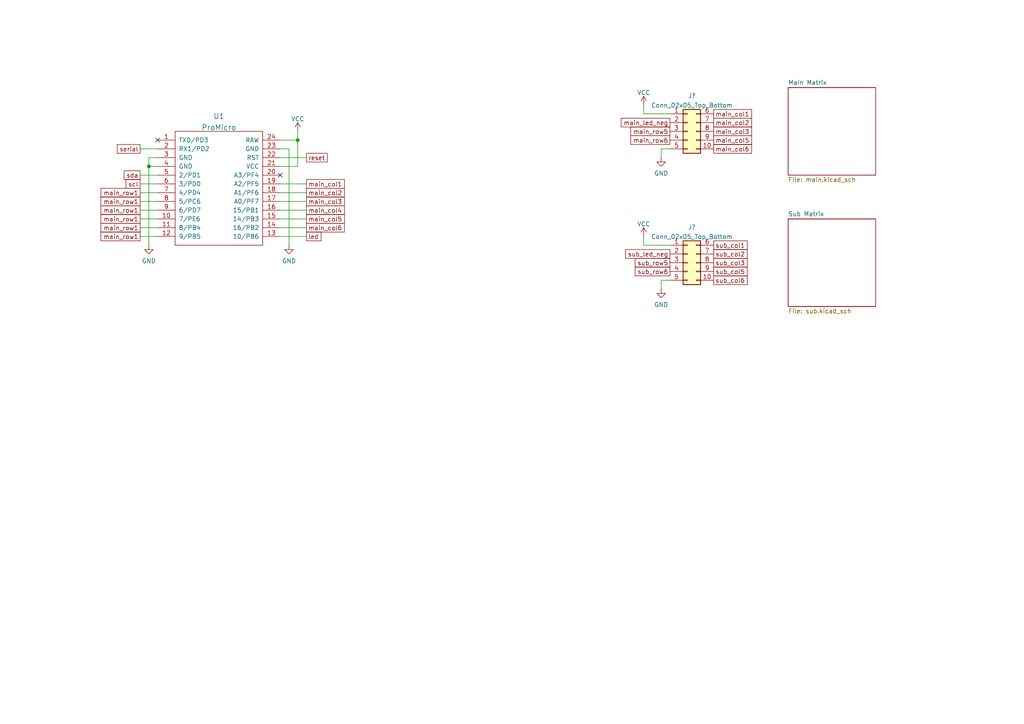
<source format=kicad_sch>
(kicad_sch (version 20210621) (generator eeschema)
  (paper "A4")
  (title_block (title "Manufold v2 Main Sheet") (date "2022-01-18") (rev "A"))
  (lib_symbols
    (symbol "Connector_Generic:Conn_02x05_Top_Bottom" (pin_names (offset 1.016) hide)
      (property "Reference" "J" (at 1.27 7.62 0))
      (property "Value" "Conn_02x05_Top_Bottom" (at 1.27 -7.62 0))
      (symbol "Conn_02x05_Top_Bottom_1_1"
        (rectangle (start -1.27 -4.953) (end 0 -5.207) (stroke (width 0.1524)))
        (rectangle (start -1.27 -2.413) (end 0 -2.667) (stroke (width 0.1524)))
        (rectangle (start -1.27 0.127) (end 0 -0.127) (stroke (width 0.1524)))
        (rectangle (start -1.27 2.667) (end 0 2.413) (stroke (width 0.1524)))
        (rectangle (start -1.27 5.207) (end 0 4.953) (stroke (width 0.1524)))
        (rectangle (start -1.27 6.35) (end 3.81 -6.35) (stroke (width 0.254)) (fill (type background)))
        (rectangle (start 3.81 -4.953) (end 2.54 -5.207) (stroke (width 0.1524)))
        (rectangle (start 3.81 -2.413) (end 2.54 -2.667) (stroke (width 0.1524)))
        (rectangle (start 3.81 0.127) (end 2.54 -0.127) (stroke (width 0.1524)))
        (rectangle (start 3.81 2.667) (end 2.54 2.413) (stroke (width 0.1524)))
        (rectangle (start 3.81 5.207) (end 2.54 4.953) (stroke (width 0.1524)))
        (pin passive line (at -5.08 5.08 0) (length 3.81) (name "Pin_1") (number "1"))
        (pin passive line (at 7.62 -5.08 180) (length 3.81) (name "Pin_10") (number "10"))
        (pin passive line (at -5.08 2.54 0) (length 3.81) (name "Pin_2") (number "2"))
        (pin passive line (at -5.08 0 0) (length 3.81) (name "Pin_3") (number "3"))
        (pin passive line (at -5.08 -2.54 0) (length 3.81) (name "Pin_4") (number "4"))
        (pin passive line (at -5.08 -5.08 0) (length 3.81) (name "Pin_5") (number "5"))
        (pin passive line (at 7.62 5.08 180) (length 3.81) (name "Pin_6") (number "6"))
        (pin passive line (at 7.62 2.54 180) (length 3.81) (name "Pin_7") (number "7"))
        (pin passive line (at 7.62 0 180) (length 3.81) (name "Pin_8") (number "8"))
        (pin passive line (at 7.62 -2.54 180) (length 3.81) (name "Pin_9") (number "9"))
      )
    )
    (symbol "keebio:ProMicro" (pin_names (offset 1.016))
      (property "Reference" "U" (at 0 0 0))
      (property "Value" "ProMicro" (at 0 -19.05 0))
      (symbol "ProMicro_0_1"
        (rectangle (start -12.7 -16.51) (end 12.7 16.51))
      )
      (symbol "ProMicro_1_1"
        (pin input line (at -17.78 13.97 0) (length 5.08) (name "TX0/PD3") (number "1"))
        (pin input line (at -17.78 -8.89 0) (length 5.08) (name "7/PE6") (number "10"))
        (pin input line (at -17.78 -11.43 0) (length 5.08) (name "8/PB4") (number "11"))
        (pin input line (at -17.78 -13.97 0) (length 5.08) (name "9/PB5") (number "12"))
        (pin input line (at 17.78 -13.97 180) (length 5.08) (name "10/PB6") (number "13"))
        (pin input line (at 17.78 -11.43 180) (length 5.08) (name "16/PB2") (number "14"))
        (pin input line (at 17.78 -8.89 180) (length 5.08) (name "14/PB3") (number "15"))
        (pin input line (at 17.78 -6.35 180) (length 5.08) (name "15/PB1") (number "16"))
        (pin input line (at 17.78 -3.81 180) (length 5.08) (name "A0/PF7") (number "17"))
        (pin input line (at 17.78 -1.27 180) (length 5.08) (name "A1/PF6") (number "18"))
        (pin input line (at 17.78 1.27 180) (length 5.08) (name "A2/PF5") (number "19"))
        (pin input line (at -17.78 11.43 0) (length 5.08) (name "RX1/PD2") (number "2"))
        (pin input line (at 17.78 3.81 180) (length 5.08) (name "A3/PF4") (number "20"))
        (pin input line (at 17.78 6.35 180) (length 5.08) (name "VCC") (number "21"))
        (pin input line (at 17.78 8.89 180) (length 5.08) (name "RST") (number "22"))
        (pin input line (at 17.78 11.43 180) (length 5.08) (name "GND") (number "23"))
        (pin input line (at 17.78 13.97 180) (length 5.08) (name "RAW") (number "24"))
        (pin input line (at -17.78 8.89 0) (length 5.08) (name "GND") (number "3"))
        (pin input line (at -17.78 6.35 0) (length 5.08) (name "GND") (number "4"))
        (pin input line (at -17.78 3.81 0) (length 5.08) (name "2/PD1") (number "5"))
        (pin input line (at -17.78 1.27 0) (length 5.08) (name "3/PD0") (number "6"))
        (pin input line (at -17.78 -1.27 0) (length 5.08) (name "4/PD4") (number "7"))
        (pin input line (at -17.78 -3.81 0) (length 5.08) (name "5/PC6") (number "8"))
        (pin input line (at -17.78 -6.35 0) (length 5.08) (name "6/PD7") (number "9"))
      )
    )
    (symbol "power:GND" (power) (pin_names (offset 0))
      (property "Value" "GND" (at 0 -3.81 0))
      (symbol "GND_0_1"
        (polyline (pts (xy 0 0) (xy 0 -1.27) (xy 1.27 -1.27) (xy 0 -2.54) (xy -1.27 -1.27) (xy 0 -1.27)))
      )
      (symbol "GND_1_1"
        (pin power_in line (at 0 0 270) (length 0) hide (name "GND") (number "1"))
      )
    )
    (symbol "power:VCC" (power) (pin_names (offset 0))
      (property "Value" "VCC" (at 0 3.81 0))
      (symbol "VCC_0_1"
        (polyline (pts (xy -0.762 1.27) (xy 0 2.54)))
        (polyline (pts (xy 0 0) (xy 0 2.54)))
        (polyline (pts (xy 0 2.54) (xy 0.762 1.27)))
      )
      (symbol "VCC_1_1"
        (pin power_in line (at 0 0 90) (length 0) hide (name "VCC") (number "1"))
      )
    )
  )
  (junction (at 86.36 40.64))
  (junction (at 43.18 48.26))
  (no_connect (at 45.72 40.64))
  (no_connect (at 81.28 50.8))
  (wire (pts (xy 40.64 50.8) (xy 45.72 50.8)))
  (wire (pts (xy 86.36 38.1) (xy 86.36 40.64)))
  (wire (pts (xy 86.36 40.64) (xy 86.36 48.26)))
  (wire (pts (xy 194.31 71.12) (xy 186.69 71.12)))
  (wire (pts (xy 81.28 58.42) (xy 88.9 58.42)))
  (wire (pts (xy 40.64 66.04) (xy 45.72 66.04)))
  (wire (pts (xy 40.64 43.18) (xy 45.72 43.18)))
  (wire (pts (xy 186.69 30.48) (xy 186.69 33.02)))
  (wire (pts (xy 194.31 33.02) (xy 186.69 33.02)))
  (wire (pts (xy 81.28 48.26) (xy 86.36 48.26)))
  (wire (pts (xy 81.28 40.64) (xy 86.36 40.64)))
  (wire (pts (xy 40.64 60.96) (xy 45.72 60.96)))
  (wire (pts (xy 81.28 55.88) (xy 88.9 55.88)))
  (wire (pts (xy 40.64 55.88) (xy 45.72 55.88)))
  (wire (pts (xy 40.64 63.5) (xy 45.72 63.5)))
  (wire (pts (xy 40.64 68.58) (xy 45.72 68.58)))
  (wire (pts (xy 81.28 45.72) (xy 88.9 45.72)))
  (wire (pts (xy 191.77 43.18) (xy 191.77 45.72)))
  (wire (pts (xy 194.31 43.18) (xy 191.77 43.18)))
  (wire (pts (xy 81.28 68.58) (xy 88.9 68.58)))
  (wire (pts (xy 81.28 53.34) (xy 88.9 53.34)))
  (wire (pts (xy 81.28 66.04) (xy 88.9 66.04)))
  (wire (pts (xy 81.28 60.96) (xy 88.9 60.96)))
  (wire (pts (xy 81.28 43.18) (xy 83.82 43.18)))
  (wire (pts (xy 83.82 43.18) (xy 83.82 71.12)))
  (wire (pts (xy 43.18 71.12) (xy 43.18 48.26)))
  (wire (pts (xy 43.18 45.72) (xy 45.72 45.72)))
  (wire (pts (xy 43.18 48.26) (xy 43.18 45.72)))
  (wire (pts (xy 81.28 63.5) (xy 88.9 63.5)))
  (wire (pts (xy 191.77 81.28) (xy 191.77 83.82)))
  (wire (pts (xy 194.31 81.28) (xy 191.77 81.28)))
  (wire (pts (xy 43.18 48.26) (xy 45.72 48.26)))
  (wire (pts (xy 186.69 68.58) (xy 186.69 71.12)))
  (wire (pts (xy 40.64 53.34) (xy 45.72 53.34)))
  (wire (pts (xy 40.64 58.42) (xy 45.72 58.42)))
  (global_label "main_col1" (shape passive) (at 207.01 33.02 0) (property "Intersheet References" "${INTERSHEET_REFS}" (effects hide)))
  (global_label "main_col3" (shape passive) (at 207.01 38.1 0) (property "Intersheet References" "${INTERSHEET_REFS}" (effects hide)))
  (global_label "main_col6" (shape passive) (at 207.01 43.18 0) (property "Intersheet References" "${INTERSHEET_REFS}" (effects hide)))
  (global_label "reset" (shape passive) (at 88.9 45.72 0) (property "Intersheet References" "${INTERSHEET_REFS}" (effects hide)))
  (global_label "main_col6" (shape passive) (at 88.9 66.04 0) (property "Intersheet References" "${INTERSHEET_REFS}" (effects hide)))
  (global_label "scl" (shape passive) (at 40.64 53.34 180) (property "Intersheet References" "${INTERSHEET_REFS}" (effects hide)))
  (global_label "main_row6" (shape passive) (at 194.31 40.64 180) (property "Intersheet References" "${INTERSHEET_REFS}" (effects hide)))
  (global_label "sub_row6" (shape passive) (at 194.31 78.74 180) (property "Intersheet References" "${INTERSHEET_REFS}" (effects hide)))
  (global_label "main_col2" (shape passive) (at 88.9 55.88 0) (property "Intersheet References" "${INTERSHEET_REFS}" (effects hide)))
  (global_label "main_row1" (shape passive) (at 40.64 60.96 180) (property "Intersheet References" "${INTERSHEET_REFS}" (effects hide)))
  (global_label "serial" (shape passive) (at 40.64 43.18 180) (property "Intersheet References" "${INTERSHEET_REFS}" (effects hide)))
  (global_label "main_row1" (shape passive) (at 40.64 58.42 180) (property "Intersheet References" "${INTERSHEET_REFS}" (effects hide)))
  (global_label "main_col2" (shape passive) (at 207.01 35.56 0) (property "Intersheet References" "${INTERSHEET_REFS}" (effects hide)))
  (global_label "main_row1" (shape passive) (at 40.64 63.5 180) (property "Intersheet References" "${INTERSHEET_REFS}" (effects hide)))
  (global_label "main_led_neg" (shape passive) (at 194.31 35.56 180) (property "Intersheet References" "${INTERSHEET_REFS}" (effects hide)))
  (global_label "sub_col3" (shape passive) (at 207.01 76.2 0) (property "Intersheet References" "${INTERSHEET_REFS}" (effects hide)))
  (global_label "main_col5" (shape passive) (at 207.01 40.64 0) (property "Intersheet References" "${INTERSHEET_REFS}" (effects hide)))
  (global_label "sub_col6" (shape passive) (at 207.01 81.28 0) (property "Intersheet References" "${INTERSHEET_REFS}" (effects hide)))
  (global_label "sub_row5" (shape passive) (at 194.31 76.2 180) (property "Intersheet References" "${INTERSHEET_REFS}" (effects hide)))
  (global_label "main_col5" (shape passive) (at 88.9 63.5 0) (property "Intersheet References" "${INTERSHEET_REFS}" (effects hide)))
  (global_label "main_col4" (shape passive) (at 88.9 60.96 0) (property "Intersheet References" "${INTERSHEET_REFS}" (effects hide)))
  (global_label "sub_col5" (shape passive) (at 207.01 78.74 0) (property "Intersheet References" "${INTERSHEET_REFS}" (effects hide)))
  (global_label "main_row1" (shape passive) (at 40.64 55.88 180) (property "Intersheet References" "${INTERSHEET_REFS}" (effects hide)))
  (global_label "sda" (shape passive) (at 40.64 50.8 180) (property "Intersheet References" "${INTERSHEET_REFS}" (effects hide)))
  (global_label "sub_col1" (shape passive) (at 207.01 71.12 0) (property "Intersheet References" "${INTERSHEET_REFS}" (effects hide)))
  (global_label "main_col3" (shape passive) (at 88.9 58.42 0) (property "Intersheet References" "${INTERSHEET_REFS}" (effects hide)))
  (global_label "main_row1" (shape passive) (at 40.64 66.04 180) (property "Intersheet References" "${INTERSHEET_REFS}" (effects hide)))
  (global_label "led" (shape passive) (at 88.9 68.58 0) (property "Intersheet References" "${INTERSHEET_REFS}" (effects hide)))
  (global_label "main_col1" (shape passive) (at 88.9 53.34 0) (property "Intersheet References" "${INTERSHEET_REFS}" (effects hide)))
  (global_label "sub_led_neg" (shape passive) (at 194.31 73.66 180) (property "Intersheet References" "${INTERSHEET_REFS}" (effects hide)))
  (global_label "main_row5" (shape passive) (at 194.31 38.1 180) (property "Intersheet References" "${INTERSHEET_REFS}" (effects hide)))
  (global_label "main_row1" (shape passive) (at 40.64 68.58 180) (property "Intersheet References" "${INTERSHEET_REFS}" (effects hide)))
  (global_label "sub_col2" (shape passive) (at 207.01 73.66 0) (property "Intersheet References" "${INTERSHEET_REFS}" (effects hide)))
  (symbol (lib_id "power:GND") (at 191.77 45.72 0) (unit 1)
    (property "Reference" "#PWR?" (effects hide))
    (property "Value" "GND" (at 191.77 50.2824 0))
  )
  (symbol (lib_id "power:VCC") (at 186.69 68.58 0) (unit 1)
    (property "Reference" "#PWR?" (effects hide))
    (property "Value" "VCC" (at 186.69 64.9755 0))
  )
  (symbol (lib_id "power:VCC") (at 86.36 38.1 0) (unit 1)
    (property "Reference" "#PWR?" (effects hide))
    (property "Value" "VCC" (at 86.36 34.4955 0))
  )
  (symbol (lib_id "power:VCC") (at 186.69 30.48 0) (unit 1)
    (property "Reference" "#PWR?" (effects hide))
    (property "Value" "VCC" (at 186.69 26.8755 0))
  )
  (symbol (lib_id "Connector_Generic:Conn_02x05_Top_Bottom") (at 199.39 38.1 0) (unit 1)
    (property "Reference" "J?" (at 200.66 27.7835 0))
    (property "Value" "Conn_02x05_Top_Bottom" (at 200.66 30.5586 0))
  )
  (symbol (lib_id "power:GND") (at 43.18 71.12 0) (unit 1)
    (property "Reference" "#PWR?" (effects hide))
    (property "Value" "GND" (at 43.18 75.6824 0))
  )
  (symbol (lib_id "power:GND") (at 191.77 83.82 0) (unit 1)
    (property "Reference" "#PWR?" (effects hide))
    (property "Value" "GND" (at 191.77 88.3824 0))
  )
  (symbol (lib_id "power:GND") (at 83.82 71.12 0) (unit 1)
    (property "Reference" "#PWR?" (effects hide))
    (property "Value" "GND" (at 83.82 75.6824 0))
  )
  (symbol (lib_id "Connector_Generic:Conn_02x05_Top_Bottom") (at 199.39 76.2 0) (unit 1)
    (property "Reference" "J?" (at 200.66 65.8835 0))
    (property "Value" "Conn_02x05_Top_Bottom" (at 200.66 68.6586 0))
  )
  (symbol (lib_id "keebio:ProMicro") (at 63.5 54.61 0) (unit 1)
    (property "Reference" "U1" (at 63.5 33.6961 0) (effects (font (size 1.524 1.524))))
    (property "Value" "ProMicro" (at 63.5 36.9751 0) (effects (font (size 1.524 1.524))))
  )
  (sheet (at 228.6 25.4) (size 25.4 25.4) (stroke (width 0.1524))
    (property "Sheet name" "Main Matrix" (at 228.6 24.6884 0) (effects (justify left bottom)))
    (property "Sheet file" "main.kicad_sch" (at 228.6 51.3846 0) (effects (justify left top)))
  )
  (sheet (at 228.6 63.5) (size 25.4 25.4) (stroke (width 0.1524))
    (property "Sheet name" "Sub Matrix" (at 228.6 62.7884 0) (effects (justify left bottom)))
    (property "Sheet file" "sub.kicad_sch" (at 228.6 89.4846 0) (effects (justify left top)))
  )
)
</source>
